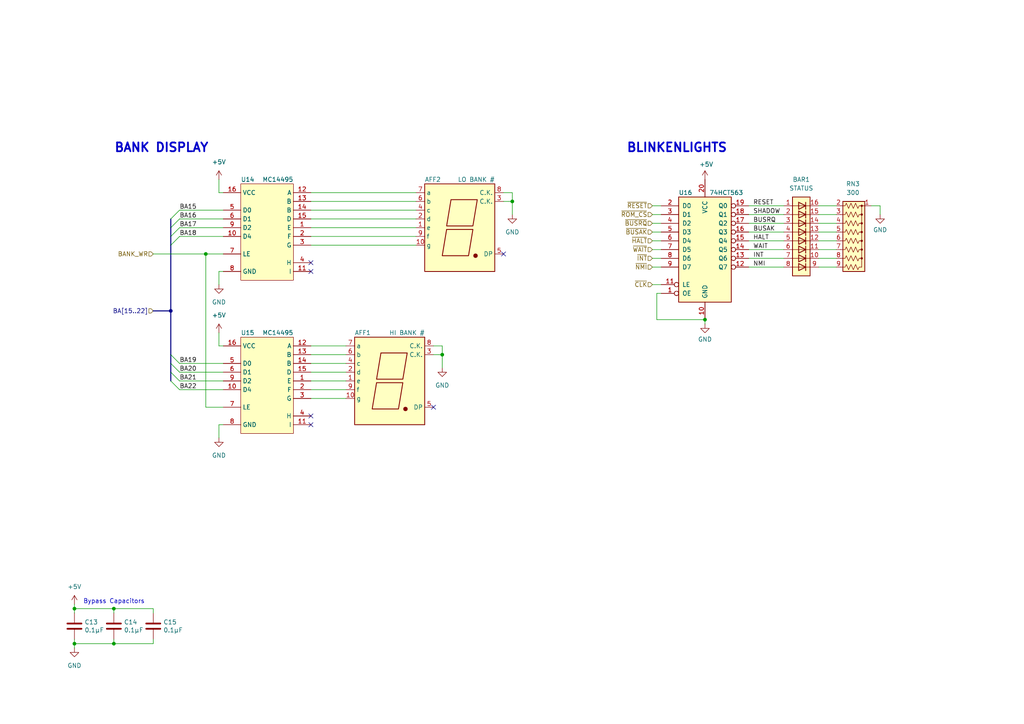
<source format=kicad_sch>
(kicad_sch (version 20230121) (generator eeschema)
  (paper "A4")
  (lib_symbols
    (symbol "+5V_1" (power) (pin_names (offset 0))
      (property "Value" "+5V_1" (at 0 3.556 0))
      (symbol "+5V_1_0_1"
        (polyline (pts (xy -0.762 1.27) (xy 0 2.54)))
        (polyline (pts (xy 0 0) (xy 0 2.54)))
        (polyline (pts (xy 0 2.54) (xy 0.762 1.27)))
      )
      (symbol "+5V_1_1_1"
        (pin power_in line (at 0 0 90) (length 0) hide (name "+5V") (number "1"))
      )
    )
    (symbol "0_Library:74HC563" (pin_names (offset 1.016))
      (property "Reference" "U" (at 1.27 19.05 0))
      (property "Value" "74HC563" (at 1.27 16.51 0))
      (symbol "74HC563_1_0"
        (pin input inverted (at -12.7 -12.7 0) (length 5.08) (name "OE") (number "1"))
        (pin power_in line (at 0 -20.32 90) (length 5.08) (name "GND") (number "10"))
        (pin input inverted (at -12.7 -10.16 0) (length 5.08) (name "LE") (number "11"))
        (pin tri_state inverted (at 12.7 -5.08 180) (length 5.08) (name "Q7") (number "12"))
        (pin tri_state inverted (at 12.7 -2.54 180) (length 5.08) (name "Q6") (number "13"))
        (pin tri_state inverted (at 12.7 0 180) (length 5.08) (name "Q5") (number "14"))
        (pin tri_state inverted (at 12.7 2.54 180) (length 5.08) (name "Q4") (number "15"))
        (pin tri_state inverted (at 12.7 5.08 180) (length 5.08) (name "Q3") (number "16"))
        (pin tri_state inverted (at 12.7 7.62 180) (length 5.08) (name "Q2") (number "17"))
        (pin tri_state inverted (at 12.7 10.16 180) (length 5.08) (name "Q1") (number "18"))
        (pin tri_state inverted (at 12.7 12.7 180) (length 5.08) (name "Q0") (number "19"))
        (pin input line (at -12.7 12.7 0) (length 5.08) (name "D0") (number "2"))
        (pin power_in line (at 0 20.32 270) (length 5.08) (name "VCC") (number "20"))
        (pin input line (at -12.7 10.16 0) (length 5.08) (name "D1") (number "3"))
        (pin input line (at -12.7 7.62 0) (length 5.08) (name "D2") (number "4"))
        (pin input line (at -12.7 5.08 0) (length 5.08) (name "D3") (number "5"))
        (pin input line (at -12.7 2.54 0) (length 5.08) (name "D4") (number "6"))
        (pin input line (at -12.7 0 0) (length 5.08) (name "D5") (number "7"))
        (pin input line (at -12.7 -2.54 0) (length 5.08) (name "D6") (number "8"))
        (pin input line (at -12.7 -5.08 0) (length 5.08) (name "D7") (number "9"))
      )
      (symbol "74HC563_1_1"
        (rectangle (start -7.62 15.24) (end 7.62 -15.24) (stroke (width 0.254)) (fill (type background)))
      )
    )
    (symbol "0_Library:BAR_GRAPH_8" (pin_names (offset 1.016) hide)
      (property "Reference" "BAR" (at 0 15.24 0))
      (property "Value" "F2010BW" (at 0 -12.7 0))
      (symbol "BAR_GRAPH_8_0_1"
        (rectangle (start -2.54 12.7) (end 2.54 -10.16) (stroke (width 0.254)) (fill (type background)))
        (polyline (pts (xy -2.54 -7.62) (xy 2.54 -7.62)))
        (polyline (pts (xy -2.54 -5.08) (xy 2.54 -5.08)))
        (polyline (pts (xy -2.54 0) (xy 2.54 0)))
        (polyline (pts (xy -2.54 5.08) (xy 2.54 5.08)))
        (polyline (pts (xy -2.54 7.62) (xy 2.54 7.62)))
        (polyline (pts (xy -2.54 10.16) (xy 2.54 10.16)))
        (polyline (pts (xy 1.27 -6.604) (xy 1.27 -8.636)) (stroke (width 0.254)))
        (polyline (pts (xy 1.27 -4.064) (xy 1.27 -6.096)) (stroke (width 0.254)))
        (polyline (pts (xy 1.27 -1.524) (xy 1.27 -3.556)) (stroke (width 0.254)))
        (polyline (pts (xy 1.27 1.016) (xy 1.27 -1.016)) (stroke (width 0.254)))
        (polyline (pts (xy 1.27 3.556) (xy 1.27 1.524)) (stroke (width 0.254)))
        (polyline (pts (xy 1.27 6.096) (xy 1.27 4.064)) (stroke (width 0.254)))
        (polyline (pts (xy 1.27 8.636) (xy 1.27 6.604)) (stroke (width 0.254)))
        (polyline (pts (xy 1.27 11.176) (xy 1.27 9.144)) (stroke (width 0.254)))
        (polyline (pts (xy 2.54 -2.54) (xy -2.54 -2.54)))
        (polyline (pts (xy 2.54 2.54) (xy -2.54 2.54)))
        (polyline (pts (xy -0.762 -6.604) (xy -0.762 -8.636) (xy 1.27 -7.62) (xy -0.762 -6.604)) (stroke (width 0.254)))
        (polyline (pts (xy -0.762 -4.064) (xy -0.762 -6.096) (xy 1.27 -5.08) (xy -0.762 -4.064)) (stroke (width 0.254)))
        (polyline (pts (xy -0.762 -1.524) (xy -0.762 -3.556) (xy 1.27 -2.54) (xy -0.762 -1.524)) (stroke (width 0.254)))
        (polyline (pts (xy -0.762 1.016) (xy -0.762 -1.016) (xy 1.27 0) (xy -0.762 1.016)) (stroke (width 0.254)))
        (polyline (pts (xy -0.762 3.556) (xy -0.762 1.524) (xy 1.27 2.54) (xy -0.762 3.556)) (stroke (width 0.254)))
        (polyline (pts (xy -0.762 6.096) (xy -0.762 4.064) (xy 1.27 5.08) (xy -0.762 6.096)) (stroke (width 0.254)))
        (polyline (pts (xy -0.762 8.636) (xy -0.762 6.604) (xy 1.27 7.62) (xy -0.762 8.636)) (stroke (width 0.254)))
        (polyline (pts (xy -0.762 11.176) (xy -0.762 9.144) (xy 1.27 10.16) (xy -0.762 11.176)) (stroke (width 0.254)))
      )
      (symbol "BAR_GRAPH_8_1_1"
        (pin passive line (at -5.08 10.16 0) (length 2.54) (name "A") (number "1"))
        (pin passive line (at 5.08 -5.08 180) (length 2.54) (name "A") (number "10"))
        (pin passive line (at 5.08 -2.54 180) (length 2.54) (name "K") (number "11"))
        (pin passive line (at 5.08 0 180) (length 2.54) (name "K") (number "12"))
        (pin passive line (at 5.08 2.54 180) (length 2.54) (name "K") (number "13"))
        (pin passive line (at 5.08 5.08 180) (length 2.54) (name "K") (number "14"))
        (pin passive line (at 5.08 7.62 180) (length 2.54) (name "K") (number "15"))
        (pin passive line (at 5.08 10.16 180) (length 2.54) (name "K") (number "16"))
        (pin passive line (at -5.08 7.62 0) (length 2.54) (name "A") (number "2"))
        (pin passive line (at -5.08 5.08 0) (length 2.54) (name "A") (number "3"))
        (pin passive line (at -5.08 2.54 0) (length 2.54) (name "A") (number "4"))
        (pin passive line (at -5.08 0 0) (length 2.54) (name "A") (number "5"))
        (pin passive line (at -5.08 -2.54 0) (length 2.54) (name "A") (number "6"))
        (pin passive line (at -5.08 -5.08 0) (length 2.54) (name "A") (number "7"))
        (pin passive line (at -5.08 -7.62 0) (length 2.54) (name "A") (number "8"))
        (pin passive line (at 5.08 -7.62 180) (length 2.54) (name "A") (number "9"))
      )
    )
    (symbol "0_Library:MC14495"
      (property "Reference" "U" (at -7.62 0 0))
      (property "Value" "MC14495" (at 7.62 0 0))
      (symbol "MC14495_1_1"
        (rectangle (start -7.62 -1.27) (end 7.62 -29.21) (fill (type background)))
        (pin output line (at 12.7 -13.97 180) (length 5.08) (name "E") (number "1"))
        (pin input line (at -12.7 -16.51 0) (length 5.08) (name "D4") (number "10"))
        (pin output line (at 12.7 -26.67 180) (length 5.08) (name "I") (number "11"))
        (pin output line (at 12.7 -3.81 180) (length 5.08) (name "A") (number "12"))
        (pin output line (at 12.7 -6.35 180) (length 5.08) (name "B") (number "13"))
        (pin output line (at 12.7 -8.89 180) (length 5.08) (name "B") (number "14"))
        (pin output line (at 12.7 -11.43 180) (length 5.08) (name "D") (number "15"))
        (pin power_in line (at -12.7 -3.81 0) (length 5.08) (name "VCC") (number "16"))
        (pin output line (at 12.7 -16.51 180) (length 5.08) (name "F") (number "2"))
        (pin output line (at 12.7 -19.05 180) (length 5.08) (name "G") (number "3"))
        (pin output line (at 12.7 -24.13 180) (length 5.08) (name "H") (number "4"))
        (pin input line (at -12.7 -8.89 0) (length 5.08) (name "D0") (number "5"))
        (pin input line (at -12.7 -11.43 0) (length 5.08) (name "D1") (number "6"))
        (pin input line (at -12.7 -21.59 0) (length 5.08) (name "LE") (number "7"))
        (pin power_in line (at -12.7 -26.67 0) (length 5.08) (name "GND") (number "8"))
        (pin input line (at -12.7 -13.97 0) (length 5.08) (name "D2") (number "9"))
      )
    )
    (symbol "Device:C" (pin_numbers hide) (pin_names (offset 0.254))
      (property "Reference" "C" (at 0.635 2.54 0))
      (property "Value" "C" (at 0.635 -2.54 0))
      (symbol "C_0_1"
        (polyline (pts (xy -2.032 -0.762) (xy 2.032 -0.762)) (stroke (width 0.508)))
        (polyline (pts (xy -2.032 0.762) (xy 2.032 0.762)) (stroke (width 0.508)))
      )
      (symbol "C_1_1"
        (pin passive line (at 0 3.81 270) (length 2.794) (name "~") (number "1"))
        (pin passive line (at 0 -3.81 90) (length 2.794) (name "~") (number "2"))
      )
    )
    (symbol "Device:R_Network08_US" (pin_names (offset 0) hide)
      (property "Reference" "RN" (at -12.7 0 90))
      (property "Value" "R_Network08_US" (at 10.16 0 90))
      (symbol "R_Network08_US_0_1"
        (rectangle (start -11.43 -3.175) (end 8.89 3.175) (stroke (width 0.254)) (fill (type background)))
        (circle (center -10.16 2.286) (radius 0.254) (fill (type outline)))
        (circle (center -7.62 2.286) (radius 0.254) (fill (type outline)))
        (circle (center -5.08 2.286) (radius 0.254) (fill (type outline)))
        (circle (center -2.54 2.286) (radius 0.254) (fill (type outline)))
        (polyline (pts (xy -10.16 2.286) (xy 7.62 2.286)))
        (polyline (pts (xy -10.16 2.286) (xy -10.16 1.524) (xy -9.398 1.1684) (xy -10.922 0.508) (xy -9.398 -0.1524) (xy -10.922 -0.8382) (xy -9.398 -1.524) (xy -10.922 -2.1844) (xy -10.16 -2.54) (xy -10.16 -3.81)))
        (polyline (pts (xy -7.62 2.286) (xy -7.62 1.524) (xy -6.858 1.1684) (xy -8.382 0.508) (xy -6.858 -0.1524) (xy -8.382 -0.8382) (xy -6.858 -1.524) (xy -8.382 -2.1844) (xy -7.62 -2.54) (xy -7.62 -3.81)))
        (polyline (pts (xy -5.08 2.286) (xy -5.08 1.524) (xy -4.318 1.1684) (xy -5.842 0.508) (xy -4.318 -0.1524) (xy -5.842 -0.8382) (xy -4.318 -1.524) (xy -5.842 -2.1844) (xy -5.08 -2.54) (xy -5.08 -3.81)))
        (polyline (pts (xy -2.54 2.286) (xy -2.54 1.524) (xy -1.778 1.1684) (xy -3.302 0.508) (xy -1.778 -0.1524) (xy -3.302 -0.8382) (xy -1.778 -1.524) (xy -3.302 -2.1844) (xy -2.54 -2.54) (xy -2.54 -3.81)))
        (polyline (pts (xy 0 2.286) (xy 0 1.524) (xy 0.762 1.1684) (xy -0.762 0.508) (xy 0.762 -0.1524) (xy -0.762 -0.8382) (xy 0.762 -1.524) (xy -0.762 -2.1844) (xy 0 -2.54) (xy 0 -3.81)))
        (polyline (pts (xy 2.54 2.286) (xy 2.54 1.524) (xy 3.302 1.1684) (xy 1.778 0.508) (xy 3.302 -0.1524) (xy 1.778 -0.8382) (xy 3.302 -1.524) (xy 1.778 -2.1844) (xy 2.54 -2.54) (xy 2.54 -3.81)))
        (polyline (pts (xy 5.08 2.286) (xy 5.08 1.524) (xy 5.842 1.1684) (xy 4.318 0.508) (xy 5.842 -0.1524) (xy 4.318 -0.8382) (xy 5.842 -1.524) (xy 4.318 -2.1844) (xy 5.08 -2.54) (xy 5.08 -3.81)))
        (polyline (pts (xy 7.62 2.286) (xy 7.62 1.524) (xy 8.382 1.1684) (xy 6.858 0.508) (xy 8.382 -0.1524) (xy 6.858 -0.8382) (xy 8.382 -1.524) (xy 6.858 -2.1844) (xy 7.62 -2.54) (xy 7.62 -3.81)))
        (circle (center 0 2.286) (radius 0.254) (fill (type outline)))
        (circle (center 2.54 2.286) (radius 0.254) (fill (type outline)))
        (circle (center 5.08 2.286) (radius 0.254) (fill (type outline)))
      )
      (symbol "R_Network08_US_1_1"
        (pin passive line (at -10.16 5.08 270) (length 2.54) (name "common") (number "1"))
        (pin passive line (at -10.16 -5.08 90) (length 1.27) (name "R1") (number "2"))
        (pin passive line (at -7.62 -5.08 90) (length 1.27) (name "R2") (number "3"))
        (pin passive line (at -5.08 -5.08 90) (length 1.27) (name "R3") (number "4"))
        (pin passive line (at -2.54 -5.08 90) (length 1.27) (name "R4") (number "5"))
        (pin passive line (at 0 -5.08 90) (length 1.27) (name "R5") (number "6"))
        (pin passive line (at 2.54 -5.08 90) (length 1.27) (name "R6") (number "7"))
        (pin passive line (at 5.08 -5.08 90) (length 1.27) (name "R7") (number "8"))
        (pin passive line (at 7.62 -5.08 90) (length 1.27) (name "R8") (number "9"))
      )
    )
    (symbol "Display_Character:LTS-6980HR"
      (property "Reference" "AFF" (at -7.874 13.97 0))
      (property "Value" "LTS-6980HR" (at 4.064 13.97 0))
      (symbol "LTS-6980HR_0_1"
        (rectangle (start -10.16 12.7) (end 10.16 -12.7) (stroke (width 0.254)) (fill (type background)))
        (polyline (pts (xy -3.81 -0.508) (xy 3.81 -0.508) (xy 2.54 -8.128) (xy -5.08 -8.128) (xy -3.81 -0.508) (xy -3.81 -0.508)) (stroke (width 0.254)))
        (polyline (pts (xy -2.54 8.128) (xy 5.08 8.128) (xy 3.81 0.508) (xy -3.81 0.508) (xy -2.54 8.128) (xy -2.54 8.128)) (stroke (width 0.254)))
        (circle (center 4.572 -8.128) (radius 0.508) (stroke (width 0.254)) (fill (type outline)))
      )
      (symbol "LTS-6980HR_1_1"
        (pin passive line (at -12.7 0 0) (length 2.54) (name "e") (number "1"))
        (pin passive line (at -12.7 -5.08 0) (length 2.54) (name "g") (number "10"))
        (pin passive line (at -12.7 2.54 0) (length 2.54) (name "d") (number "2"))
        (pin passive line (at 12.7 7.62 180) (length 2.54) (name "C.K.") (number "3"))
        (pin passive line (at -12.7 5.08 0) (length 2.54) (name "c") (number "4"))
        (pin passive line (at 12.7 -7.62 180) (length 2.54) (name "DP") (number "5"))
        (pin passive line (at -12.7 7.62 0) (length 2.54) (name "b") (number "6"))
        (pin passive line (at -12.7 10.16 0) (length 2.54) (name "a") (number "7"))
        (pin passive line (at 12.7 10.16 180) (length 2.54) (name "C.K.") (number "8"))
        (pin passive line (at -12.7 -2.54 0) (length 2.54) (name "f") (number "9"))
      )
    )
    (symbol "GND_1" (power) (pin_names (offset 0))
      (property "Value" "GND_1" (at 0 -3.81 0))
      (symbol "GND_1_0_1"
        (polyline (pts (xy 0 0) (xy 0 -1.27) (xy 1.27 -1.27) (xy 0 -2.54) (xy -1.27 -1.27) (xy 0 -1.27)))
      )
      (symbol "GND_1_1_1"
        (pin power_in line (at 0 0 270) (length 0) hide (name "GND") (number "1"))
      )
    )
    (symbol "power:+5V" (power) (pin_names (offset 0))
      (property "Value" "+5V" (at 0 3.556 0))
      (symbol "+5V_0_1"
        (polyline (pts (xy -0.762 1.27) (xy 0 2.54)))
        (polyline (pts (xy 0 0) (xy 0 2.54)))
        (polyline (pts (xy 0 2.54) (xy 0.762 1.27)))
      )
      (symbol "+5V_1_1"
        (pin power_in line (at 0 0 90) (length 0) hide (name "+5V") (number "1"))
      )
    )
    (symbol "power:GND" (power) (pin_names (offset 0))
      (property "Value" "GND" (at 0 -3.81 0))
      (symbol "GND_0_1"
        (polyline (pts (xy 0 0) (xy 0 -1.27) (xy 1.27 -1.27) (xy 0 -2.54) (xy -1.27 -1.27) (xy 0 -1.27)))
      )
      (symbol "GND_1_1"
        (pin power_in line (at 0 0 270) (length 0) hide (name "GND") (number "1"))
      )
    )
  )
  (junction (at 59.69 73.66))
  (junction (at 33.02 186.69))
  (junction (at 128.27 102.87))
  (junction (at 49.53 90.17))
  (junction (at 33.02 176.53))
  (junction (at 148.59 58.42))
  (junction (at 21.59 176.53))
  (junction (at 21.59 186.69))
  (junction (at 204.47 92.71))
  (no_connect (at 125.73 118.11))
  (no_connect (at 90.17 78.74))
  (no_connect (at 90.17 76.2))
  (no_connect (at 90.17 123.19))
  (no_connect (at 90.17 120.65))
  (no_connect (at 146.05 73.66))
  (bus_entry (at 49.53 66.04) (size 2.54 -2.54))
  (bus_entry (at 49.53 63.5) (size 2.54 -2.54))
  (bus_entry (at 49.53 102.87) (size 2.54 2.54))
  (bus_entry (at 49.53 110.49) (size 2.54 2.54))
  (bus_entry (at 49.53 107.95) (size 2.54 2.54))
  (bus_entry (at 49.53 71.12) (size 2.54 -2.54))
  (bus_entry (at 49.53 105.41) (size 2.54 2.54))
  (bus_entry (at 49.53 68.58) (size 2.54 -2.54))
  (wire (pts (xy 21.59 175.26) (xy 21.59 176.53)))
  (wire (pts (xy 217.17 67.31) (xy 227.33 67.31)))
  (bus (pts (xy 49.53 107.95) (xy 49.53 110.49)))
  (wire (pts (xy 100.33 107.95) (xy 90.17 107.95)))
  (wire (pts (xy 63.5 96.52) (xy 63.5 100.33)))
  (wire (pts (xy 59.69 118.11) (xy 64.77 118.11)))
  (bus (pts (xy 49.53 105.41) (xy 49.53 107.95)))
  (wire (pts (xy 237.49 77.47) (xy 242.57 77.47)))
  (wire (pts (xy 33.02 176.53) (xy 21.59 176.53)))
  (wire (pts (xy 189.23 77.47) (xy 191.77 77.47)))
  (wire (pts (xy 146.05 55.88) (xy 148.59 55.88)))
  (wire (pts (xy 204.47 92.71) (xy 204.47 93.98)))
  (wire (pts (xy 63.5 78.74) (xy 63.5 82.55)))
  (wire (pts (xy 33.02 185.42) (xy 33.02 186.69)))
  (wire (pts (xy 128.27 102.87) (xy 128.27 106.68)))
  (wire (pts (xy 59.69 73.66) (xy 64.77 73.66)))
  (wire (pts (xy 100.33 110.49) (xy 90.17 110.49)))
  (wire (pts (xy 52.07 66.04) (xy 64.77 66.04)))
  (wire (pts (xy 100.33 113.03) (xy 90.17 113.03)))
  (wire (pts (xy 100.33 105.41) (xy 90.17 105.41)))
  (wire (pts (xy 52.07 60.96) (xy 64.77 60.96)))
  (wire (pts (xy 204.47 92.71) (xy 190.5 92.71)))
  (wire (pts (xy 21.59 176.53) (xy 21.59 177.8)))
  (wire (pts (xy 120.65 71.12) (xy 90.17 71.12)))
  (wire (pts (xy 52.07 110.49) (xy 64.77 110.49)))
  (wire (pts (xy 64.77 100.33) (xy 63.5 100.33)))
  (wire (pts (xy 52.07 63.5) (xy 64.77 63.5)))
  (wire (pts (xy 125.73 102.87) (xy 128.27 102.87)))
  (wire (pts (xy 120.65 63.5) (xy 90.17 63.5)))
  (wire (pts (xy 189.23 67.31) (xy 191.77 67.31)))
  (wire (pts (xy 189.23 62.23) (xy 191.77 62.23)))
  (wire (pts (xy 189.23 59.69) (xy 191.77 59.69)))
  (wire (pts (xy 44.45 177.8) (xy 44.45 176.53)))
  (wire (pts (xy 120.65 55.88) (xy 90.17 55.88)))
  (wire (pts (xy 255.27 59.69) (xy 255.27 62.23)))
  (wire (pts (xy 217.17 64.77) (xy 227.33 64.77)))
  (wire (pts (xy 33.02 177.8) (xy 33.02 176.53)))
  (wire (pts (xy 217.17 74.93) (xy 227.33 74.93)))
  (wire (pts (xy 21.59 186.69) (xy 21.59 187.96)))
  (wire (pts (xy 100.33 100.33) (xy 90.17 100.33)))
  (wire (pts (xy 190.5 85.09) (xy 191.77 85.09)))
  (wire (pts (xy 52.07 107.95) (xy 64.77 107.95)))
  (wire (pts (xy 44.45 176.53) (xy 33.02 176.53)))
  (wire (pts (xy 189.23 74.93) (xy 191.77 74.93)))
  (wire (pts (xy 217.17 59.69) (xy 227.33 59.69)))
  (wire (pts (xy 100.33 102.87) (xy 90.17 102.87)))
  (wire (pts (xy 252.73 59.69) (xy 255.27 59.69)))
  (wire (pts (xy 52.07 105.41) (xy 64.77 105.41)))
  (wire (pts (xy 59.69 118.11) (xy 59.69 73.66)))
  (wire (pts (xy 44.45 73.66) (xy 59.69 73.66)))
  (wire (pts (xy 52.07 113.03) (xy 64.77 113.03)))
  (wire (pts (xy 148.59 58.42) (xy 148.59 62.23)))
  (wire (pts (xy 189.23 82.55) (xy 191.77 82.55)))
  (wire (pts (xy 120.65 68.58) (xy 90.17 68.58)))
  (wire (pts (xy 63.5 123.19) (xy 63.5 127)))
  (wire (pts (xy 120.65 66.04) (xy 90.17 66.04)))
  (bus (pts (xy 49.53 102.87) (xy 49.53 105.41)))
  (wire (pts (xy 52.07 68.58) (xy 64.77 68.58)))
  (wire (pts (xy 237.49 72.39) (xy 242.57 72.39)))
  (bus (pts (xy 44.45 90.17) (xy 49.53 90.17)))
  (wire (pts (xy 217.17 62.23) (xy 227.33 62.23)))
  (wire (pts (xy 189.23 69.85) (xy 191.77 69.85)))
  (wire (pts (xy 33.02 186.69) (xy 44.45 186.69)))
  (wire (pts (xy 63.5 52.07) (xy 63.5 55.88)))
  (wire (pts (xy 237.49 74.93) (xy 242.57 74.93)))
  (bus (pts (xy 49.53 66.04) (xy 49.53 68.58)))
  (wire (pts (xy 21.59 186.69) (xy 33.02 186.69)))
  (wire (pts (xy 120.65 60.96) (xy 90.17 60.96)))
  (wire (pts (xy 100.33 115.57) (xy 90.17 115.57)))
  (wire (pts (xy 146.05 58.42) (xy 148.59 58.42)))
  (wire (pts (xy 125.73 100.33) (xy 128.27 100.33)))
  (wire (pts (xy 128.27 100.33) (xy 128.27 102.87)))
  (wire (pts (xy 237.49 67.31) (xy 242.57 67.31)))
  (wire (pts (xy 217.17 69.85) (xy 227.33 69.85)))
  (wire (pts (xy 64.77 55.88) (xy 63.5 55.88)))
  (wire (pts (xy 217.17 72.39) (xy 227.33 72.39)))
  (wire (pts (xy 237.49 59.69) (xy 242.57 59.69)))
  (bus (pts (xy 49.53 71.12) (xy 49.53 90.17)))
  (wire (pts (xy 148.59 55.88) (xy 148.59 58.42)))
  (bus (pts (xy 49.53 63.5) (xy 49.53 66.04)))
  (wire (pts (xy 189.23 72.39) (xy 191.77 72.39)))
  (wire (pts (xy 190.5 85.09) (xy 190.5 92.71)))
  (bus (pts (xy 49.53 90.17) (xy 49.53 102.87)))
  (wire (pts (xy 64.77 78.74) (xy 63.5 78.74)))
  (wire (pts (xy 21.59 185.42) (xy 21.59 186.69)))
  (wire (pts (xy 44.45 185.42) (xy 44.45 186.69)))
  (bus (pts (xy 49.53 68.58) (xy 49.53 71.12)))
  (wire (pts (xy 189.23 64.77) (xy 191.77 64.77)))
  (wire (pts (xy 64.77 123.19) (xy 63.5 123.19)))
  (wire (pts (xy 120.65 58.42) (xy 90.17 58.42)))
  (wire (pts (xy 237.49 69.85) (xy 242.57 69.85)))
  (wire (pts (xy 237.49 62.23) (xy 242.57 62.23)))
  (wire (pts (xy 237.49 64.77) (xy 242.57 64.77)))
  (wire (pts (xy 217.17 77.47) (xy 227.33 77.47)))
  (text "BLINKENLIGHTS" (at 181.61 44.45 0) (effects (font (size 2.54 2.54) (thickness 0.508) bold) (justify left bottom)))
  (text "Bypass Capacitors" (at 24.13 175.26 0) (effects (font (size 1.27 1.27)) (justify left bottom)))
  (text "BANK DISPLAY" (at 33.02 44.45 0) (effects (font (size 2.54 2.54) (thickness 0.508) bold) (justify left bottom)))
  (label "BA15" (at 52.07 60.96 0))
  (label "SHADOW" (at 218.44 62.23 0))
  (label "BA16" (at 52.07 63.5 0))
  (label "RESET" (at 218.44 59.69 0))
  (label "WAIT" (at 218.44 72.39 0))
  (label "NMI" (at 218.44 77.47 0))
  (label "HALT" (at 218.44 69.85 0))
  (label "BA20" (at 52.07 107.95 0))
  (label "INT" (at 218.44 74.93 0))
  (label "BUSRQ" (at 218.44 64.77 0))
  (label "BUSAK" (at 218.44 67.31 0))
  (label "BA18" (at 52.07 68.58 0))
  (label "BA17" (at 52.07 66.04 0))
  (label "BA19" (at 52.07 105.41 0))
  (label "BA22" (at 52.07 113.03 0))
  (label "BA21" (at 52.07 110.49 0))
  (hierarchical_label "~{HALT}" (shape input) (at 189.23 69.85 180))
  (hierarchical_label "~{BUSRQ}" (shape input) (at 189.23 64.77 180))
  (hierarchical_label "~{BUSAK}" (shape input) (at 189.23 67.31 180))
  (hierarchical_label "BANK_WR" (shape input) (at 44.45 73.66 180))
  (hierarchical_label "~{RESET}" (shape input) (at 189.23 59.69 180))
  (hierarchical_label "BA[15..22]" (shape input) (at 44.45 90.17 180))
  (hierarchical_label "~{WAIT}" (shape input) (at 189.23 72.39 180))
  (hierarchical_label "~{ROM_CS}" (shape input) (at 189.23 62.23 180))
  (hierarchical_label "~{NMI}" (shape input) (at 189.23 77.47 180))
  (hierarchical_label "~{INT}" (shape input) (at 189.23 74.93 180))
  (hierarchical_label "~{CLK}" (shape input) (at 189.23 82.55 180))
  (symbol (lib_id "Device:C") (at 21.59 181.61 0) (unit 1)
    (property "Reference" "C13" (at 24.511 180.4416 0) (effects (justify left)))
    (property "Value" "0.1µF" (at 24.511 182.753 0) (effects (justify left)))
    (property "Footprint" "Capacitor_THT:C_Disc_D3.0mm_W1.6mm_P2.50mm" (effects hide))
    (instances (project "2 - CPU and memory card with the essentials (rev 2)" (path "" (reference "C13") (unit 1)) (path "" (reference "C9") (unit 1))) (project "2 - CPU and memory card with the essential peripherals" (path "" (reference "C?") (unit 1))) (project "3 - Quad Serial card v3" (path "" (reference "C?") (unit 1)) (path "" (reference "C?") (unit 1))))
  )
  (symbol (lib_id "0_Library:MC14495") (at 77.47 52.07 0) (unit 1)
    (property "Reference" "U14" (at 69.85 52.07 0) (effects (justify left)))
    (property "Value" "MC14495" (at 85.09 52.07 0) (effects (justify right)))
    (property "Footprint" "Package_DIP:DIP-16_W7.62mm_Socket" (effects hide))
    (property "Datasheet" "https://www.futurlec.com/Datasheet/Motorola/MC14495.pdf" (effects hide))
  )
  (symbol (lib_id "power:GND") (at 128.27 106.68 0) (unit 1)
    (property "Reference" "#PWR067" (effects hide))
    (property "Value" "GND" (at 128.27 111.76 0))
  )
  (symbol (lib_id "power:GND") (at 148.59 62.23 0) (unit 1)
    (property "Reference" "#PWR068" (effects hide))
    (property "Value" "GND" (at 148.59 67.31 0))
  )
  (symbol (lib_id "power:+5V") (at 63.5 52.07 0) (unit 1)
    (property "Reference" "#PWR033" (effects hide))
    (property "Value" "+5V" (at 63.5 46.99 0))
  )
  (symbol (lib_id "power:GND") (at 255.27 62.23 0) (unit 1)
    (property "Reference" "#PWR044" (effects hide))
    (property "Value" "GND" (at 255.27 66.6734 0))
    (instances (project "2 - CPU and memory card with the essentials (rev 2)" (path "" (reference "#PWR044") (unit 1))) (project "2 - CPU, ROM and RAM card" (path "" (reference "#PWR018") (unit 1))))
  )
  (symbol (lib_id "Device:C") (at 33.02 181.61 0) (unit 1)
    (property "Reference" "C14" (at 35.941 180.4416 0) (effects (justify left)))
    (property "Value" "0.1µF" (at 35.941 182.753 0) (effects (justify left)))
    (property "Footprint" "Capacitor_THT:C_Disc_D3.0mm_W1.6mm_P2.50mm" (effects hide))
    (instances (project "2 - CPU and memory card with the essentials (rev 2)" (path "" (reference "C14") (unit 1)) (path "" (reference "C20") (unit 1))) (project "2 - CPU and memory card with the essential peripherals" (path "" (reference "C?") (unit 1))) (project "3 - Quad Serial card v3" (path "" (reference "C?") (unit 1)) (path "" (reference "C?") (unit 1))))
  )
  (symbol (lib_id "Device:C") (at 44.45 181.61 0) (unit 1)
    (property "Reference" "C15" (at 47.371 180.4416 0) (effects (justify left)))
    (property "Value" "0.1µF" (at 47.371 182.753 0) (effects (justify left)))
    (property "Footprint" "Capacitor_THT:C_Disc_D3.0mm_W1.6mm_P2.50mm" (effects hide))
    (instances (project "2 - CPU and memory card with the essentials (rev 2)" (path "" (reference "C15") (unit 1)) (path "" (reference "C21") (unit 1))) (project "2 - CPU and memory card with the essential peripherals" (path "" (reference "C?") (unit 1))) (project "3 - Quad Serial card v3" (path "" (reference "C?") (unit 1)) (path "" (reference "C?") (unit 1))))
  )
  (symbol (lib_id "0_Library:MC14495") (at 77.47 96.52 0) (unit 1)
    (property "Reference" "U15" (at 69.85 96.52 0) (effects (justify left)))
    (property "Value" "MC14495" (at 85.09 96.52 0) (effects (justify right)))
    (property "Footprint" "Package_DIP:DIP-16_W7.62mm_Socket" (effects hide))
    (property "Datasheet" "https://www.futurlec.com/Datasheet/Motorola/MC14495.pdf" (effects hide))
  )
  (symbol (lib_id "power:GND") (at 63.5 127 0) (unit 1)
    (property "Reference" "#PWR066" (effects hide))
    (property "Value" "GND" (at 63.5 132.08 0))
  )
  (symbol (lib_id "power:GND") (at 204.47 93.98 0) (unit 1)
    (property "Reference" "#PWR070" (effects hide))
    (property "Value" "GND" (at 204.47 98.4234 0))
    (instances (project "2 - CPU and memory card with the essentials (rev 2)" (path "" (reference "#PWR070") (unit 1))) (project "2 - CPU, ROM and RAM card" (path "" (reference "#PWR018") (unit 1))))
  )
  (symbol (lib_id "0_Library:74HC563") (at 204.47 72.39 0) (unit 1)
    (property "Reference" "U16" (at 196.85 55.88 0) (effects (justify left)))
    (property "Value" "74HCT563" (at 205.74 55.88 0) (effects (justify left)))
    (property "Footprint" "Package_DIP:DIP-20_W7.62mm_Socket" (effects hide))
    (instances (project "2 - CPU and memory card with the essentials (rev 2)" (path "" (reference "U16") (unit 1))) (project "2 - CPU, ROM and RAM card" (path "" (reference "U9") (unit 1))))
  )
  (symbol (lib_id "power:+5V") (at 204.47 52.07 0) (unit 1)
    (property "Reference" "#PWR069" (effects hide))
    (property "Value" "+5V" (at 204.851 47.6758 0))
    (instances (project "2 - CPU and memory card with the essentials (rev 2)" (path "" (reference "#PWR069") (unit 1))) (project "2 - CPU, ROM and RAM card" (path "" (reference "#PWR014") (unit 1))))
  )
  (symbol (lib_name "GND_1") (lib_id "power:GND") (at 21.59 187.96 0) (unit 1)
    (property "Reference" "#PWR043" (effects hide))
    (property "Value" "GND" (at 21.59 193.04 0))
    (instances (project "2 - CPU and memory card with the essentials (rev 2)" (path "" (reference "#PWR043") (unit 1)) (path "" (reference "#PWR073") (unit 1))) (project "2 - CPU and memory card with the essential peripherals" (path "" (reference "#PWR?") (unit 1))) (project "3 - Quad Serial card v3" (path "" (reference "#PWR?") (unit 1)) (path "" (reference "#PWR?") (unit 1))))
  )
  (symbol (lib_id "Display_Character:LTS-6980HR") (at 133.35 66.04 0) (unit 1)
    (property "Reference" "AFF2" (at 123.19 52.07 0) (effects (justify left)))
    (property "Value" "LO BANK #" (at 143.51 52.07 0) (effects (justify right)))
    (property "Footprint" "Display_7Segment:7SegmentLED_LTS6760_LTS6780" (effects hide))
    (property "Datasheet" "http://datasheet.octopart.com/LTS-6960HR-Lite-On-datasheet-11803242.pdf" (effects hide))
  )
  (symbol (lib_id "power:+5V") (at 63.5 96.52 0) (unit 1)
    (property "Reference" "#PWR065" (effects hide))
    (property "Value" "+5V" (at 63.5 91.44 0))
  )
  (symbol (lib_id "0_Library:BAR_GRAPH_8") (at 232.41 69.85 0) (unit 1)
    (property "Reference" "BAR1" (at 232.41 52.07 0))
    (property "Value" "STATUS" (at 232.41 54.61 0))
    (property "Footprint" "0_Library:BAR_GRAPH_8" (effects hide))
  )
  (symbol (lib_id "Device:R_Network08_US") (at 247.65 69.85 270) (unit 1)
    (property "Reference" "RN3" (at 247.396 53.34 90))
    (property "Value" "300" (at 247.396 55.88 90))
    (property "Footprint" "Resistor_THT:R_Array_SIP9" (effects hide))
    (property "Datasheet" "http://www.vishay.com/docs/31509/csc.pdf" (effects hide))
  )
  (symbol (lib_id "Display_Character:LTS-6980HR") (at 113.03 110.49 0) (unit 1)
    (property "Reference" "AFF1" (at 102.87 96.52 0) (effects (justify left)))
    (property "Value" "HI BANK #" (at 123.19 96.52 0) (effects (justify right)))
    (property "Footprint" "Display_7Segment:7SegmentLED_LTS6760_LTS6780" (effects hide))
    (property "Datasheet" "http://datasheet.octopart.com/LTS-6960HR-Lite-On-datasheet-11803242.pdf" (effects hide))
  )
  (symbol (lib_name "+5V_1") (lib_id "power:+5V") (at 21.59 175.26 0) (unit 1)
    (property "Reference" "#PWR042" (effects hide))
    (property "Value" "+5V" (at 21.59 170.18 0))
    (instances (project "2 - CPU and memory card with the essentials (rev 2)" (path "" (reference "#PWR042") (unit 1)) (path "" (reference "#PWR071") (unit 1))) (project "2 - CPU and memory card with the essential peripherals" (path "" (reference "#PWR?") (unit 1))) (project "3 - Quad Serial card v3" (path "" (reference "#PWR?") (unit 1)) (path "" (reference "#PWR?") (unit 1))))
  )
  (symbol (lib_id "power:GND") (at 63.5 82.55 0) (unit 1)
    (property "Reference" "#PWR064" (effects hide))
    (property "Value" "GND" (at 63.5 87.63 0))
  )
)
</source>
